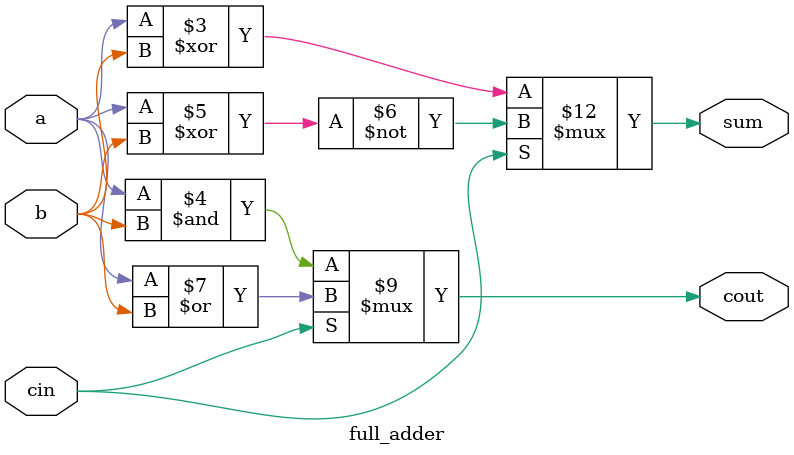
<source format=v>
module full_adder(a, b, cin, sum, cout);
input a, b, cin;
output sum, cout;
reg sum, cout;

always @(*) begin
if (cin==1'b0) begin
sum=a^b;
cout=a&b;
end
else begin
sum=~(a^b);
cout=a|b;
end
end
endmodule

</source>
